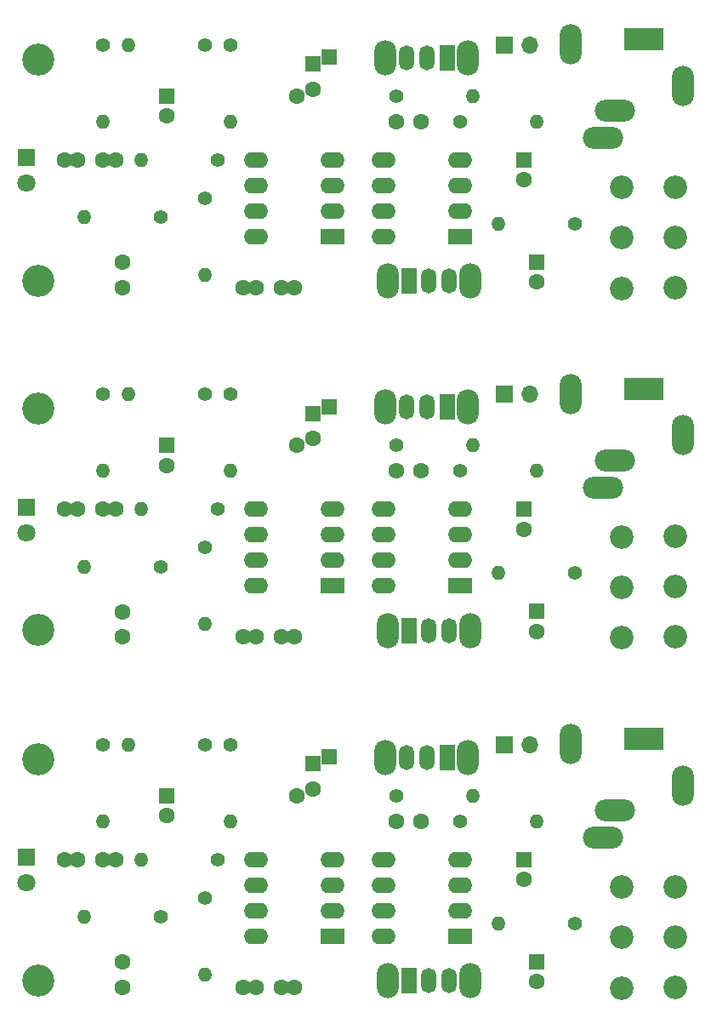
<source format=gbr>
%TF.GenerationSoftware,KiCad,Pcbnew,6.0.0~rc2+dfsg1-1*%
%TF.CreationDate,2022-01-14T16:17:07+00:00*%
%TF.ProjectId,LiRX_tht_nutzen,4c695258-5f74-4687-945f-6e75747a656e,rev?*%
%TF.SameCoordinates,Original*%
%TF.FileFunction,Soldermask,Top*%
%TF.FilePolarity,Negative*%
%FSLAX46Y46*%
G04 Gerber Fmt 4.6, Leading zero omitted, Abs format (unit mm)*
G04 Created by KiCad (PCBNEW 6.0.0~rc2+dfsg1-1) date 2022-01-14 16:17:07*
%MOMM*%
%LPD*%
G01*
G04 APERTURE LIST*
%ADD10C,2.340000*%
%ADD11C,1.400000*%
%ADD12O,1.400000X1.400000*%
%ADD13R,1.600000X1.600000*%
%ADD14C,1.600000*%
%ADD15O,2.200000X3.500000*%
%ADD16R,1.500000X2.500000*%
%ADD17O,1.500000X2.500000*%
%ADD18R,1.800000X1.800000*%
%ADD19C,1.800000*%
%ADD20R,2.400000X1.600000*%
%ADD21O,2.400000X1.600000*%
%ADD22O,4.000000X2.200000*%
%ADD23O,2.200000X4.000000*%
%ADD24R,4.000000X2.200000*%
%ADD25C,3.200000*%
%ADD26R,1.700000X1.700000*%
%ADD27O,1.700000X1.700000*%
G04 APERTURE END LIST*
D10*
%TO.C,RV3*%
X122705000Y-74355489D03*
X122705000Y-69355489D03*
X122705000Y-64355489D03*
%TD*%
%TO.C,RV1*%
X128010000Y-74285489D03*
X128010000Y-69285489D03*
X128010000Y-64285489D03*
%TD*%
D11*
%TO.C,R20*%
X71030000Y-50155489D03*
D12*
X71030000Y-57775489D03*
%TD*%
D11*
%TO.C,R19*%
X81230000Y-65395489D03*
D12*
X81230000Y-73015489D03*
%TD*%
D13*
%TO.C,C8*%
X91985000Y-52060489D03*
X93585000Y-51389552D03*
D14*
X91985000Y-54560489D03*
X90385000Y-55231426D03*
%TD*%
D15*
%TO.C,SW1*%
X99410000Y-73650489D03*
X107610000Y-73650489D03*
D16*
X101510000Y-73650489D03*
D17*
X103510000Y-73650489D03*
X105510000Y-73650489D03*
%TD*%
D15*
%TO.C,SW2*%
X107420000Y-51425489D03*
X99220000Y-51425489D03*
D16*
X105320000Y-51425489D03*
D17*
X103320000Y-51425489D03*
X101320000Y-51425489D03*
%TD*%
D14*
%TO.C,C12*%
X100240000Y-57775489D03*
X102740000Y-57775489D03*
%TD*%
D11*
%TO.C,R18*%
X83730000Y-50155489D03*
D12*
X83730000Y-57775489D03*
%TD*%
D11*
%TO.C,R17*%
X76785000Y-67300489D03*
D12*
X69165000Y-67300489D03*
%TD*%
D11*
%TO.C,R1*%
X82500000Y-61585489D03*
D12*
X74880000Y-61585489D03*
%TD*%
D14*
%TO.C,C10*%
X88830000Y-74285489D03*
X90080000Y-74285489D03*
X85080000Y-74285489D03*
X86330000Y-74285489D03*
%TD*%
D11*
%TO.C,R15*%
X100240000Y-55235489D03*
D12*
X107860000Y-55235489D03*
%TD*%
D11*
%TO.C,R14*%
X81190000Y-50155489D03*
D12*
X73570000Y-50155489D03*
%TD*%
D11*
%TO.C,R3*%
X106590000Y-57775489D03*
D12*
X114210000Y-57775489D03*
%TD*%
D11*
%TO.C,R2*%
X118020000Y-67935489D03*
D12*
X110400000Y-67935489D03*
%TD*%
D13*
%TO.C,C13*%
X114210000Y-71745489D03*
D14*
X114210000Y-73745489D03*
%TD*%
%TO.C,C9*%
X72300000Y-61585489D03*
X71050000Y-61585489D03*
X68550000Y-61585489D03*
X67300000Y-61585489D03*
%TD*%
%TO.C,C3*%
X72975000Y-74285489D03*
X72975000Y-71785489D03*
%TD*%
D18*
%TO.C,Q3*%
X63410000Y-61355489D03*
D19*
X63410000Y-63895489D03*
%TD*%
D13*
%TO.C,C14*%
X77380000Y-55235489D03*
D14*
X77380000Y-57235489D03*
%TD*%
D13*
%TO.C,C11*%
X112940000Y-61585489D03*
D14*
X112940000Y-63585489D03*
%TD*%
D20*
%TO.C,U3*%
X93945000Y-69195489D03*
D21*
X93945000Y-66655489D03*
X93945000Y-64115489D03*
X93945000Y-61575489D03*
X86325000Y-61575489D03*
X86325000Y-64115489D03*
X86325000Y-66655489D03*
X86325000Y-69195489D03*
%TD*%
D22*
%TO.C,J4*%
X120815000Y-59405489D03*
X122015000Y-56705489D03*
D23*
X128815000Y-54205489D03*
D24*
X124915000Y-49605489D03*
D23*
X117615000Y-50105489D03*
%TD*%
D20*
%TO.C,U2*%
X106605000Y-69195489D03*
D21*
X106605000Y-66655489D03*
X106605000Y-64115489D03*
X106605000Y-61575489D03*
X98985000Y-61575489D03*
X98985000Y-64115489D03*
X98985000Y-66655489D03*
X98985000Y-69195489D03*
%TD*%
D25*
%TO.C,H2*%
X64640000Y-73605489D03*
%TD*%
%TO.C,H1*%
X64640000Y-51605489D03*
%TD*%
D26*
%TO.C,BT1*%
X111035000Y-50155489D03*
D27*
X113575000Y-50155489D03*
%TD*%
D11*
%TO.C,R15*%
X100240000Y-89999511D03*
D12*
X107860000Y-89999511D03*
%TD*%
D11*
%TO.C,R14*%
X81190000Y-84919511D03*
D12*
X73570000Y-84919511D03*
%TD*%
D11*
%TO.C,R3*%
X106590000Y-92539511D03*
D12*
X114210000Y-92539511D03*
%TD*%
D11*
%TO.C,R2*%
X118020000Y-102699511D03*
D12*
X110400000Y-102699511D03*
%TD*%
D13*
%TO.C,C8*%
X91985000Y-86824511D03*
X93585000Y-86153574D03*
D14*
X91985000Y-89324511D03*
X90385000Y-89995448D03*
%TD*%
D15*
%TO.C,SW1*%
X99410000Y-108414511D03*
X107610000Y-108414511D03*
D16*
X101510000Y-108414511D03*
D17*
X103510000Y-108414511D03*
X105510000Y-108414511D03*
%TD*%
D15*
%TO.C,SW2*%
X107420000Y-86189511D03*
X99220000Y-86189511D03*
D16*
X105320000Y-86189511D03*
D17*
X103320000Y-86189511D03*
X101320000Y-86189511D03*
%TD*%
D10*
%TO.C,RV3*%
X122705000Y-109119511D03*
X122705000Y-104119511D03*
X122705000Y-99119511D03*
%TD*%
%TO.C,RV1*%
X128010000Y-109049511D03*
X128010000Y-104049511D03*
X128010000Y-99049511D03*
%TD*%
D11*
%TO.C,R20*%
X71030000Y-84919511D03*
D12*
X71030000Y-92539511D03*
%TD*%
D11*
%TO.C,R19*%
X81230000Y-100159511D03*
D12*
X81230000Y-107779511D03*
%TD*%
D11*
%TO.C,R18*%
X83730000Y-84919511D03*
D12*
X83730000Y-92539511D03*
%TD*%
D11*
%TO.C,R17*%
X76785000Y-102064511D03*
D12*
X69165000Y-102064511D03*
%TD*%
D11*
%TO.C,R1*%
X82500000Y-96349511D03*
D12*
X74880000Y-96349511D03*
%TD*%
D14*
%TO.C,C10*%
X88830000Y-109049511D03*
X90080000Y-109049511D03*
X85080000Y-109049511D03*
X86330000Y-109049511D03*
%TD*%
%TO.C,C9*%
X72300000Y-96349511D03*
X71050000Y-96349511D03*
X68550000Y-96349511D03*
X67300000Y-96349511D03*
%TD*%
%TO.C,C3*%
X72975000Y-109049511D03*
X72975000Y-106549511D03*
%TD*%
D18*
%TO.C,Q3*%
X63410000Y-96119511D03*
D19*
X63410000Y-98659511D03*
%TD*%
D13*
%TO.C,C14*%
X77380000Y-89999511D03*
D14*
X77380000Y-91999511D03*
%TD*%
D13*
%TO.C,C13*%
X114210000Y-106509511D03*
D14*
X114210000Y-108509511D03*
%TD*%
D13*
%TO.C,C11*%
X112940000Y-96349511D03*
D14*
X112940000Y-98349511D03*
%TD*%
D20*
%TO.C,U3*%
X93945000Y-103959511D03*
D21*
X93945000Y-101419511D03*
X93945000Y-98879511D03*
X93945000Y-96339511D03*
X86325000Y-96339511D03*
X86325000Y-98879511D03*
X86325000Y-101419511D03*
X86325000Y-103959511D03*
%TD*%
D14*
%TO.C,C12*%
X100240000Y-92539511D03*
X102740000Y-92539511D03*
%TD*%
D22*
%TO.C,J4*%
X120815000Y-94169511D03*
X122015000Y-91469511D03*
D23*
X128815000Y-88969511D03*
D24*
X124915000Y-84369511D03*
D23*
X117615000Y-84869511D03*
%TD*%
D20*
%TO.C,U2*%
X106605000Y-103959511D03*
D21*
X106605000Y-101419511D03*
X106605000Y-98879511D03*
X106605000Y-96339511D03*
X98985000Y-96339511D03*
X98985000Y-98879511D03*
X98985000Y-101419511D03*
X98985000Y-103959511D03*
%TD*%
D25*
%TO.C,H2*%
X64640000Y-108369511D03*
%TD*%
%TO.C,H1*%
X64640000Y-86369511D03*
%TD*%
D26*
%TO.C,BT1*%
X111035000Y-84919511D03*
D27*
X113575000Y-84919511D03*
%TD*%
D26*
%TO.C,BT1*%
X111035000Y-119750000D03*
D27*
X113575000Y-119750000D03*
%TD*%
D14*
%TO.C,C12*%
X100240000Y-127370000D03*
X102740000Y-127370000D03*
%TD*%
D22*
%TO.C,J4*%
X120815000Y-129000000D03*
X122015000Y-126300000D03*
D23*
X128815000Y-123800000D03*
D24*
X124915000Y-119200000D03*
D23*
X117615000Y-119700000D03*
%TD*%
D20*
%TO.C,U2*%
X106605000Y-138790000D03*
D21*
X106605000Y-136250000D03*
X106605000Y-133710000D03*
X106605000Y-131170000D03*
X98985000Y-131170000D03*
X98985000Y-133710000D03*
X98985000Y-136250000D03*
X98985000Y-138790000D03*
%TD*%
D25*
%TO.C,H1*%
X64640000Y-121200000D03*
%TD*%
%TO.C,H2*%
X64640000Y-143200000D03*
%TD*%
D20*
%TO.C,U3*%
X93945000Y-138790000D03*
D21*
X93945000Y-136250000D03*
X93945000Y-133710000D03*
X93945000Y-131170000D03*
X86325000Y-131170000D03*
X86325000Y-133710000D03*
X86325000Y-136250000D03*
X86325000Y-138790000D03*
%TD*%
D13*
%TO.C,C11*%
X112940000Y-131180000D03*
D14*
X112940000Y-133180000D03*
%TD*%
D13*
%TO.C,C13*%
X114210000Y-141340000D03*
D14*
X114210000Y-143340000D03*
%TD*%
D13*
%TO.C,C14*%
X77380000Y-124830000D03*
D14*
X77380000Y-126830000D03*
%TD*%
D18*
%TO.C,Q3*%
X63410000Y-130950000D03*
D19*
X63410000Y-133490000D03*
%TD*%
D14*
%TO.C,C3*%
X72975000Y-143880000D03*
X72975000Y-141380000D03*
%TD*%
%TO.C,C9*%
X72300000Y-131180000D03*
X71050000Y-131180000D03*
X68550000Y-131180000D03*
X67300000Y-131180000D03*
%TD*%
%TO.C,C10*%
X88830000Y-143880000D03*
X90080000Y-143880000D03*
X85080000Y-143880000D03*
X86330000Y-143880000D03*
%TD*%
D11*
%TO.C,R1*%
X82500000Y-131180000D03*
D12*
X74880000Y-131180000D03*
%TD*%
D11*
%TO.C,R17*%
X76785000Y-136895000D03*
D12*
X69165000Y-136895000D03*
%TD*%
D11*
%TO.C,R18*%
X83730000Y-119750000D03*
D12*
X83730000Y-127370000D03*
%TD*%
D11*
%TO.C,R19*%
X81230000Y-134990000D03*
D12*
X81230000Y-142610000D03*
%TD*%
D11*
%TO.C,R20*%
X71030000Y-119750000D03*
D12*
X71030000Y-127370000D03*
%TD*%
D10*
%TO.C,RV1*%
X128010000Y-143880000D03*
X128010000Y-138880000D03*
X128010000Y-133880000D03*
%TD*%
%TO.C,RV3*%
X122705000Y-143950000D03*
X122705000Y-138950000D03*
X122705000Y-133950000D03*
%TD*%
D15*
%TO.C,SW2*%
X107420000Y-121020000D03*
X99220000Y-121020000D03*
D16*
X105320000Y-121020000D03*
D17*
X103320000Y-121020000D03*
X101320000Y-121020000D03*
%TD*%
D15*
%TO.C,SW1*%
X99410000Y-143245000D03*
X107610000Y-143245000D03*
D16*
X101510000Y-143245000D03*
D17*
X103510000Y-143245000D03*
X105510000Y-143245000D03*
%TD*%
D13*
%TO.C,C8*%
X91985000Y-121655000D03*
X93585000Y-120984063D03*
D14*
X91985000Y-124155000D03*
X90385000Y-124825937D03*
%TD*%
D11*
%TO.C,R2*%
X118020000Y-137530000D03*
D12*
X110400000Y-137530000D03*
%TD*%
D11*
%TO.C,R3*%
X106590000Y-127370000D03*
D12*
X114210000Y-127370000D03*
%TD*%
D11*
%TO.C,R14*%
X81190000Y-119750000D03*
D12*
X73570000Y-119750000D03*
%TD*%
D11*
%TO.C,R15*%
X100240000Y-124830000D03*
D12*
X107860000Y-124830000D03*
%TD*%
M02*

</source>
